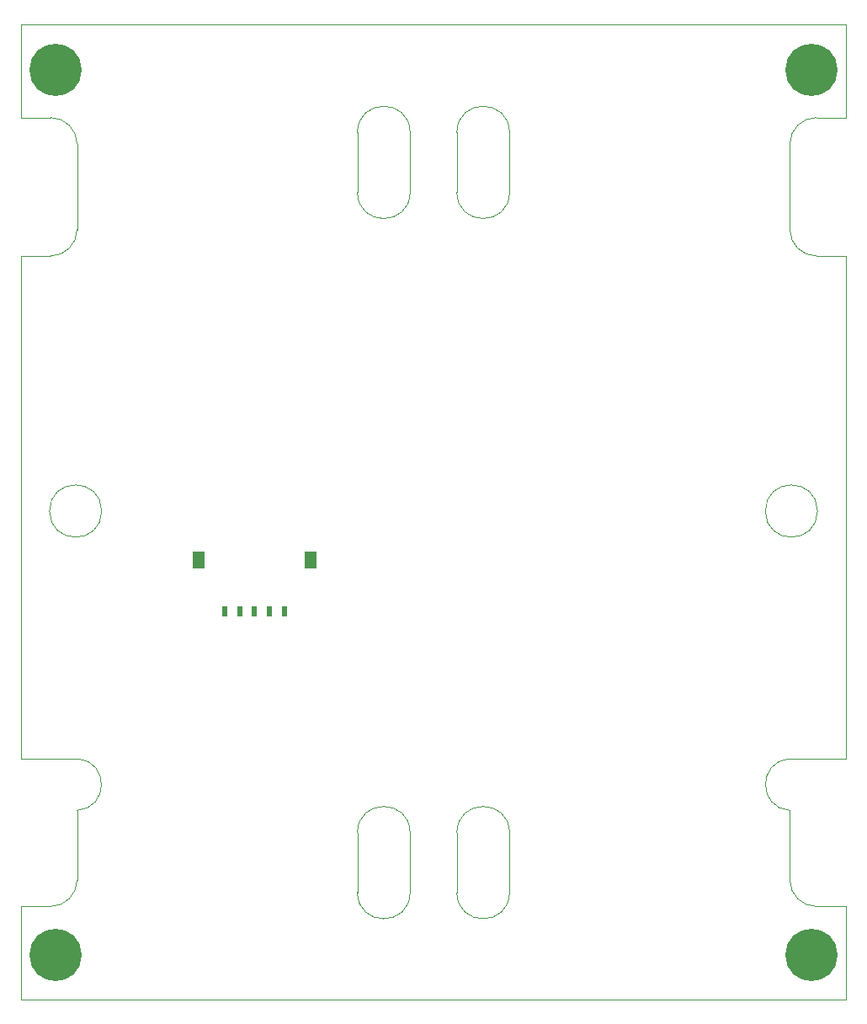
<source format=gbr>
%TF.GenerationSoftware,KiCad,Pcbnew,(6.0.9)*%
%TF.CreationDate,2023-01-30T20:43:42-08:00*%
%TF.ProjectId,solar-panel-NoCutout,736f6c61-722d-4706-916e-656c2d4e6f43,2.0*%
%TF.SameCoordinates,Original*%
%TF.FileFunction,Soldermask,Bot*%
%TF.FilePolarity,Negative*%
%FSLAX46Y46*%
G04 Gerber Fmt 4.6, Leading zero omitted, Abs format (unit mm)*
G04 Created by KiCad (PCBNEW (6.0.9)) date 2023-01-30 20:43:42*
%MOMM*%
%LPD*%
G01*
G04 APERTURE LIST*
%TA.AperFunction,Profile*%
%ADD10C,0.050000*%
%TD*%
%ADD11C,5.250000*%
%ADD12R,0.600000X1.000000*%
%ADD13R,1.250000X1.800000*%
G04 APERTURE END LIST*
D10*
X136850000Y-153000000D02*
X136850000Y-147000000D01*
X142150000Y-153000000D02*
X142150000Y-147000000D01*
X146850000Y-147000000D02*
X146850000Y-153000000D01*
X152150000Y-153000000D02*
X152150000Y-147000000D01*
X142150000Y-76600000D02*
X142150000Y-82600000D01*
X136850000Y-76600000D02*
X136850000Y-82600000D01*
X146850000Y-76600000D02*
X146850000Y-82600000D01*
X152150000Y-76600000D02*
X152150000Y-82600000D01*
X186000000Y-65750000D02*
X103000000Y-65750000D01*
X183125000Y-114650000D02*
G75*
G03*
X183125000Y-114650000I-2625000J0D01*
G01*
X108744606Y-139557190D02*
X103000000Y-139557190D01*
X180249992Y-139557104D02*
G75*
G03*
X180350001Y-144749999I250008J-2592596D01*
G01*
X186000000Y-163750000D02*
X186000000Y-156450000D01*
X186000000Y-73100000D02*
X186000000Y-65750000D01*
X106000000Y-75100000D02*
X103000000Y-75100000D01*
X108650000Y-77750000D02*
G75*
G03*
X106000000Y-75100000I-2650000J0D01*
G01*
X106000000Y-89000000D02*
G75*
G03*
X108650000Y-86350000I0J2650000D01*
G01*
X106000000Y-89000000D02*
X103000000Y-89000000D01*
X108650000Y-77750000D02*
X108650000Y-86350000D01*
X183000000Y-75100000D02*
G75*
G03*
X180350000Y-77750000I0J-2650000D01*
G01*
X180350000Y-86350000D02*
G75*
G03*
X183000000Y-89000000I2650000J0D01*
G01*
X183000000Y-75100000D02*
X186000000Y-75100000D01*
X180350000Y-77750000D02*
X180350000Y-86350000D01*
X183000000Y-89000000D02*
X186000000Y-89000000D01*
X103000000Y-65750000D02*
X103000000Y-75100000D01*
X103000000Y-89000000D02*
X103000000Y-139557190D01*
X103000000Y-154400000D02*
X103000000Y-163750000D01*
X186000000Y-156450000D02*
X186000000Y-154400000D01*
X186000000Y-75100000D02*
X186000000Y-73100000D01*
X185994606Y-139557190D02*
X180250000Y-139557190D01*
X136850000Y-82600000D02*
G75*
G03*
X142150000Y-82600000I2650000J0D01*
G01*
X108649999Y-144750000D02*
G75*
G03*
X108744606Y-139557190I-149999J2600000D01*
G01*
X108650000Y-151750000D02*
X108650000Y-144750000D01*
X152150000Y-76600000D02*
G75*
G03*
X146850000Y-76600000I-2650000J0D01*
G01*
X142150000Y-76600000D02*
G75*
G03*
X136850000Y-76600000I-2650000J0D01*
G01*
X103000000Y-163750000D02*
X186000000Y-163750000D01*
X142150000Y-147000000D02*
G75*
G03*
X136850000Y-147000000I-2650000J0D01*
G01*
X180350000Y-151750000D02*
X180350000Y-144750000D01*
X106000000Y-154400000D02*
X103000000Y-154400000D01*
X136850000Y-153000000D02*
G75*
G03*
X142150000Y-153000000I2650000J0D01*
G01*
X152150000Y-147000000D02*
G75*
G03*
X146850000Y-147000000I-2650000J0D01*
G01*
X106000000Y-154400000D02*
G75*
G03*
X108650000Y-151750000I0J2650000D01*
G01*
X180350000Y-151750000D02*
G75*
G03*
X183000000Y-154400000I2650000J0D01*
G01*
X146850000Y-153000000D02*
G75*
G03*
X152150000Y-153000000I2650000J0D01*
G01*
X183000000Y-154400000D02*
X186000000Y-154400000D01*
X186000000Y-89000000D02*
X185994606Y-139557190D01*
X146850000Y-82600000D02*
G75*
G03*
X152150000Y-82600000I2650000J0D01*
G01*
X111125000Y-114650000D02*
G75*
G03*
X111125000Y-114650000I-2625000J0D01*
G01*
D11*
%TO.C,J2*%
X106500000Y-70300000D03*
%TD*%
%TO.C,J3*%
X106500000Y-159300000D03*
%TD*%
%TO.C,J4*%
X182500000Y-70300000D03*
%TD*%
%TO.C,J5*%
X182500000Y-159300000D03*
%TD*%
D12*
%TO.C,J1*%
X123500000Y-124750000D03*
X125000000Y-124750000D03*
X126499999Y-124750000D03*
X128000001Y-124750000D03*
X129500001Y-124750000D03*
D13*
X120895001Y-119560000D03*
X132104999Y-119560000D03*
%TD*%
M02*

</source>
